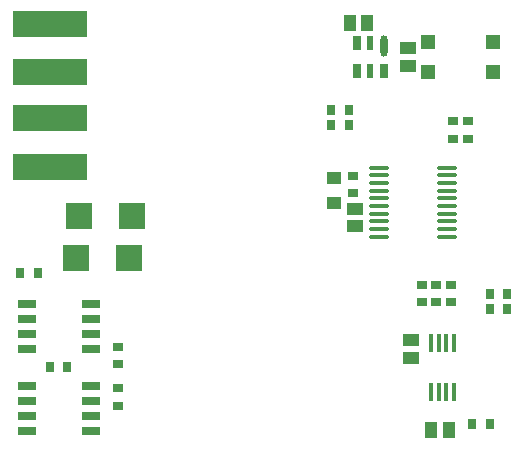
<source format=gtp>
G04*
G04 #@! TF.GenerationSoftware,Altium Limited,Altium Designer,21.0.9 (235)*
G04*
G04 Layer_Color=8421504*
%FSLAX44Y44*%
%MOMM*%
G71*
G04*
G04 #@! TF.SameCoordinates,3ED63D2E-4D53-4139-B350-83C99BDD6A5C*
G04*
G04*
G04 #@! TF.FilePolarity,Positive*
G04*
G01*
G75*
%ADD17O,1.7000X0.3500*%
%ADD18R,1.5260X0.6500*%
%ADD19R,0.9000X0.7000*%
%ADD20R,0.7000X1.2000*%
%ADD21O,0.4000X1.6000*%
%ADD22R,1.4000X1.1000*%
%ADD23R,1.1000X1.4000*%
%ADD24R,2.3000X2.3000*%
%ADD25R,0.7000X0.9000*%
%ADD26R,6.3000X2.2000*%
%ADD27R,0.6000X1.2000*%
G04:AMPARAMS|DCode=28|XSize=1.8mm|YSize=0.6mm|CornerRadius=0.3mm|HoleSize=0mm|Usage=FLASHONLY|Rotation=270.000|XOffset=0mm|YOffset=0mm|HoleType=Round|Shape=RoundedRectangle|*
%AMROUNDEDRECTD28*
21,1,1.8000,0.0000,0,0,270.0*
21,1,1.2000,0.6000,0,0,270.0*
1,1,0.6000,0.0000,-0.6000*
1,1,0.6000,0.0000,0.6000*
1,1,0.6000,0.0000,0.6000*
1,1,0.6000,0.0000,-0.6000*
%
%ADD28ROUNDEDRECTD28*%
%ADD29R,1.2000X1.1000*%
%ADD30R,1.2700X1.2700*%
D17*
X403500Y185750D02*
D03*
Y192250D02*
D03*
Y198750D02*
D03*
Y205250D02*
D03*
Y211750D02*
D03*
Y218250D02*
D03*
Y224750D02*
D03*
Y231250D02*
D03*
Y237750D02*
D03*
Y244250D02*
D03*
X346500Y185750D02*
D03*
Y192250D02*
D03*
Y198750D02*
D03*
Y205250D02*
D03*
Y211750D02*
D03*
Y218250D02*
D03*
Y224750D02*
D03*
Y231250D02*
D03*
Y237750D02*
D03*
Y244250D02*
D03*
D18*
X102120Y59050D02*
D03*
Y46350D02*
D03*
Y33650D02*
D03*
Y20950D02*
D03*
X47880D02*
D03*
Y33650D02*
D03*
Y46350D02*
D03*
Y59050D02*
D03*
X102120Y129050D02*
D03*
Y116350D02*
D03*
Y103650D02*
D03*
Y90950D02*
D03*
X47880D02*
D03*
Y103650D02*
D03*
Y116350D02*
D03*
Y129050D02*
D03*
D19*
X422000Y268500D02*
D03*
Y283500D02*
D03*
X125000Y42500D02*
D03*
X382500Y130000D02*
D03*
Y145000D02*
D03*
X395000Y130000D02*
D03*
Y145000D02*
D03*
X407500Y130000D02*
D03*
Y145000D02*
D03*
X125000Y92500D02*
D03*
Y77500D02*
D03*
Y57500D02*
D03*
X324000Y222500D02*
D03*
Y237500D02*
D03*
X409000Y283500D02*
D03*
Y268500D02*
D03*
D20*
X327500Y350000D02*
D03*
X350500Y326000D02*
D03*
X327500D02*
D03*
D21*
X390250Y96000D02*
D03*
Y54000D02*
D03*
X409750Y96000D02*
D03*
X403250D02*
D03*
X396750D02*
D03*
X409750Y54000D02*
D03*
X403250D02*
D03*
X396750D02*
D03*
D22*
X373000Y98000D02*
D03*
X326000Y194500D02*
D03*
X371000Y345500D02*
D03*
Y330500D02*
D03*
X326000Y209500D02*
D03*
X373000Y83000D02*
D03*
D23*
X321500Y367000D02*
D03*
X390500Y22000D02*
D03*
X405500D02*
D03*
X336500Y367000D02*
D03*
D24*
X135000Y167500D02*
D03*
X90000D02*
D03*
X137250Y203500D02*
D03*
X92250D02*
D03*
D25*
X82500Y75000D02*
D03*
X425000Y27500D02*
D03*
X305500Y280000D02*
D03*
Y293000D02*
D03*
X67500Y75000D02*
D03*
X57500Y155000D02*
D03*
X42500D02*
D03*
X320500Y280000D02*
D03*
Y293000D02*
D03*
X440000Y137500D02*
D03*
X455000D02*
D03*
X440000Y124600D02*
D03*
X455000D02*
D03*
X440000Y27500D02*
D03*
D26*
X67500Y366000D02*
D03*
Y286000D02*
D03*
Y245000D02*
D03*
Y325000D02*
D03*
D27*
X339000Y326000D02*
D03*
Y350000D02*
D03*
D28*
X350500Y347000D02*
D03*
D29*
X308000Y214500D02*
D03*
Y235500D02*
D03*
D30*
X387500Y350200D02*
D03*
Y324800D02*
D03*
X442500D02*
D03*
Y350200D02*
D03*
M02*

</source>
